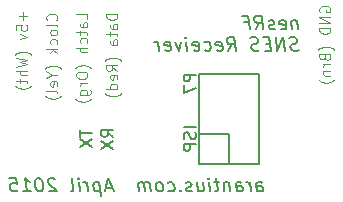
<source format=gbo>
%FSLAX46Y46*%
G04 Gerber Fmt 4.6, Leading zero omitted, Abs format (unit mm)*
G04 Created by KiCad (PCBNEW (2014-10-27 BZR 5228)-product) date 4/10/2015 6:23:41 PM*
%MOMM*%
G01*
G04 APERTURE LIST*
%ADD10C,0.100000*%
%ADD11C,0.203200*%
%ADD12C,0.150000*%
%ADD13C,1.270000*%
%ADD14R,1.727200X1.727200*%
%ADD15O,1.727200X1.727200*%
G04 APERTURE END LIST*
D10*
D11*
X25025803Y-3171371D02*
X25121053Y-3933371D01*
X25039411Y-3280229D02*
X24978179Y-3225800D01*
X24862517Y-3171371D01*
X24699232Y-3171371D01*
X24597179Y-3225800D01*
X24556357Y-3334657D01*
X24631196Y-3933371D01*
X23644679Y-3878943D02*
X23760339Y-3933371D01*
X23978053Y-3933371D01*
X24080107Y-3878943D01*
X24120929Y-3770086D01*
X24066500Y-3334657D01*
X23998464Y-3225800D01*
X23882803Y-3171371D01*
X23665089Y-3171371D01*
X23563036Y-3225800D01*
X23522214Y-3334657D01*
X23535821Y-3443514D01*
X24093714Y-3552371D01*
X23154822Y-3878943D02*
X23052768Y-3933371D01*
X22835053Y-3933371D01*
X22719393Y-3878943D01*
X22651358Y-3770086D01*
X22644554Y-3715657D01*
X22685375Y-3606800D01*
X22787428Y-3552371D01*
X22950714Y-3552371D01*
X23052768Y-3497943D01*
X23093590Y-3389086D01*
X23086786Y-3334657D01*
X23018750Y-3225800D01*
X22903089Y-3171371D01*
X22739803Y-3171371D01*
X22637750Y-3225800D01*
X21528767Y-3933371D02*
X21841732Y-3389086D01*
X22181910Y-3933371D02*
X22039035Y-2790371D01*
X21603607Y-2790371D01*
X21501553Y-2844800D01*
X21453929Y-2899229D01*
X21413107Y-3008086D01*
X21433517Y-3171371D01*
X21501554Y-3280229D01*
X21562785Y-3334657D01*
X21678447Y-3389086D01*
X22113875Y-3389086D01*
X20583071Y-3334657D02*
X20964071Y-3334657D01*
X21038910Y-3933371D02*
X20896035Y-2790371D01*
X20351749Y-2790371D01*
X25168679Y-5682343D02*
X25012196Y-5736771D01*
X24740053Y-5736771D01*
X24624393Y-5682343D01*
X24563160Y-5627914D01*
X24495125Y-5519057D01*
X24481518Y-5410200D01*
X24522339Y-5301343D01*
X24569964Y-5246914D01*
X24672018Y-5192486D01*
X24882928Y-5138057D01*
X24984983Y-5083629D01*
X25032607Y-5029200D01*
X25073429Y-4920343D01*
X25059822Y-4811486D01*
X24991786Y-4702629D01*
X24930554Y-4648200D01*
X24814892Y-4593771D01*
X24542750Y-4593771D01*
X24386268Y-4648200D01*
X24032482Y-5736771D02*
X23889607Y-4593771D01*
X23379339Y-5736771D01*
X23236464Y-4593771D01*
X22760214Y-5138057D02*
X22379214Y-5138057D01*
X22290767Y-5736771D02*
X22835053Y-5736771D01*
X22692178Y-4593771D01*
X22147892Y-4593771D01*
X21848536Y-5682343D02*
X21692053Y-5736771D01*
X21419910Y-5736771D01*
X21304250Y-5682343D01*
X21243017Y-5627914D01*
X21174982Y-5519057D01*
X21161375Y-5410200D01*
X21202196Y-5301343D01*
X21249821Y-5246914D01*
X21351875Y-5192486D01*
X21562785Y-5138057D01*
X21664840Y-5083629D01*
X21712464Y-5029200D01*
X21753286Y-4920343D01*
X21739679Y-4811486D01*
X21671643Y-4702629D01*
X21610411Y-4648200D01*
X21494749Y-4593771D01*
X21222607Y-4593771D01*
X21066125Y-4648200D01*
X19188339Y-5736771D02*
X19501304Y-5192486D01*
X19841482Y-5736771D02*
X19698607Y-4593771D01*
X19263179Y-4593771D01*
X19161125Y-4648200D01*
X19113501Y-4702629D01*
X19072679Y-4811486D01*
X19093089Y-4974771D01*
X19161126Y-5083629D01*
X19222357Y-5138057D01*
X19338019Y-5192486D01*
X19773447Y-5192486D01*
X18256251Y-5682343D02*
X18371911Y-5736771D01*
X18589625Y-5736771D01*
X18691679Y-5682343D01*
X18732501Y-5573486D01*
X18678072Y-5138057D01*
X18610036Y-5029200D01*
X18494375Y-4974771D01*
X18276661Y-4974771D01*
X18174608Y-5029200D01*
X18133786Y-5138057D01*
X18147393Y-5246914D01*
X18705286Y-5355771D01*
X17222108Y-5682343D02*
X17337768Y-5736771D01*
X17555482Y-5736771D01*
X17657537Y-5682343D01*
X17705161Y-5627914D01*
X17745983Y-5519057D01*
X17705162Y-5192486D01*
X17637126Y-5083629D01*
X17575894Y-5029200D01*
X17460232Y-4974771D01*
X17242518Y-4974771D01*
X17140465Y-5029200D01*
X16296823Y-5682343D02*
X16412483Y-5736771D01*
X16630197Y-5736771D01*
X16732251Y-5682343D01*
X16773073Y-5573486D01*
X16718644Y-5138057D01*
X16650608Y-5029200D01*
X16534947Y-4974771D01*
X16317233Y-4974771D01*
X16215180Y-5029200D01*
X16174358Y-5138057D01*
X16187965Y-5246914D01*
X16745858Y-5355771D01*
X15759340Y-5736771D02*
X15664090Y-4974771D01*
X15616465Y-4593771D02*
X15677698Y-4648200D01*
X15630073Y-4702629D01*
X15568841Y-4648200D01*
X15616465Y-4593771D01*
X15630073Y-4702629D01*
X15228661Y-4974771D02*
X15051768Y-5736771D01*
X14684376Y-4974771D01*
X13901966Y-5682343D02*
X14017626Y-5736771D01*
X14235340Y-5736771D01*
X14337394Y-5682343D01*
X14378216Y-5573486D01*
X14323787Y-5138057D01*
X14255751Y-5029200D01*
X14140090Y-4974771D01*
X13922376Y-4974771D01*
X13820323Y-5029200D01*
X13779501Y-5138057D01*
X13793108Y-5246914D01*
X14351001Y-5355771D01*
X13364483Y-5736771D02*
X13269233Y-4974771D01*
X13296448Y-5192486D02*
X13228413Y-5083629D01*
X13167180Y-5029200D01*
X13051519Y-4974771D01*
X12942662Y-4974771D01*
X21672775Y-17662071D02*
X21597936Y-17063357D01*
X21638758Y-16954500D01*
X21740811Y-16900071D01*
X21958525Y-16900071D01*
X22074186Y-16954500D01*
X21665972Y-17607643D02*
X21781632Y-17662071D01*
X22053775Y-17662071D01*
X22155829Y-17607643D01*
X22196651Y-17498786D01*
X22183044Y-17389929D01*
X22115007Y-17281071D01*
X21999347Y-17226643D01*
X21727204Y-17226643D01*
X21611543Y-17172214D01*
X21128489Y-17662071D02*
X21033239Y-16900071D01*
X21060454Y-17117786D02*
X20992419Y-17008929D01*
X20931186Y-16954500D01*
X20815525Y-16900071D01*
X20706668Y-16900071D01*
X19931061Y-17662071D02*
X19856222Y-17063357D01*
X19897044Y-16954500D01*
X19999097Y-16900071D01*
X20216811Y-16900071D01*
X20332472Y-16954500D01*
X19924258Y-17607643D02*
X20039918Y-17662071D01*
X20312061Y-17662071D01*
X20414115Y-17607643D01*
X20454937Y-17498786D01*
X20441330Y-17389929D01*
X20373293Y-17281071D01*
X20257633Y-17226643D01*
X19985490Y-17226643D01*
X19869829Y-17172214D01*
X19291525Y-16900071D02*
X19386775Y-17662071D01*
X19305133Y-17008929D02*
X19243901Y-16954500D01*
X19128239Y-16900071D01*
X18964954Y-16900071D01*
X18862901Y-16954500D01*
X18822079Y-17063357D01*
X18896918Y-17662071D01*
X18420668Y-16900071D02*
X17985239Y-16900071D01*
X18209757Y-16519071D02*
X18332222Y-17498786D01*
X18291401Y-17607643D01*
X18189346Y-17662071D01*
X18080489Y-17662071D01*
X17699489Y-17662071D02*
X17604239Y-16900071D01*
X17556614Y-16519071D02*
X17617847Y-16573500D01*
X17570222Y-16627929D01*
X17508990Y-16573500D01*
X17556614Y-16519071D01*
X17570222Y-16627929D01*
X16570096Y-16900071D02*
X16665346Y-17662071D01*
X17059953Y-16900071D02*
X17134793Y-17498786D01*
X17093972Y-17607643D01*
X16991917Y-17662071D01*
X16828632Y-17662071D01*
X16712972Y-17607643D01*
X16651739Y-17553214D01*
X16168686Y-17607643D02*
X16066632Y-17662071D01*
X15848917Y-17662071D01*
X15733257Y-17607643D01*
X15665222Y-17498786D01*
X15658418Y-17444357D01*
X15699239Y-17335500D01*
X15801292Y-17281071D01*
X15964578Y-17281071D01*
X16066632Y-17226643D01*
X16107454Y-17117786D01*
X16100650Y-17063357D01*
X16032614Y-16954500D01*
X15916953Y-16900071D01*
X15753667Y-16900071D01*
X15651614Y-16954500D01*
X15182167Y-17553214D02*
X15134543Y-17607643D01*
X15195774Y-17662071D01*
X15243400Y-17607643D01*
X15182167Y-17553214D01*
X15195774Y-17662071D01*
X14154828Y-17607643D02*
X14270488Y-17662071D01*
X14488202Y-17662071D01*
X14590257Y-17607643D01*
X14637881Y-17553214D01*
X14678703Y-17444357D01*
X14637882Y-17117786D01*
X14569846Y-17008929D01*
X14508614Y-16954500D01*
X14392952Y-16900071D01*
X14175238Y-16900071D01*
X14073185Y-16954500D01*
X13508488Y-17662071D02*
X13610543Y-17607643D01*
X13658167Y-17553214D01*
X13698989Y-17444357D01*
X13658168Y-17117786D01*
X13590132Y-17008929D01*
X13528900Y-16954500D01*
X13413238Y-16900071D01*
X13249953Y-16900071D01*
X13147900Y-16954500D01*
X13100275Y-17008929D01*
X13059453Y-17117786D01*
X13100274Y-17444357D01*
X13168310Y-17553214D01*
X13229543Y-17607643D01*
X13345203Y-17662071D01*
X13508488Y-17662071D01*
X12637631Y-17662071D02*
X12542381Y-16900071D01*
X12555989Y-17008929D02*
X12494757Y-16954500D01*
X12379095Y-16900071D01*
X12215810Y-16900071D01*
X12113757Y-16954500D01*
X12072935Y-17063357D01*
X12147774Y-17662071D01*
X12072935Y-17063357D02*
X12004899Y-16954500D01*
X11889238Y-16900071D01*
X11725953Y-16900071D01*
X11623899Y-16954500D01*
X11583078Y-17063357D01*
X11657917Y-17662071D01*
X9385525Y-17335500D02*
X8841239Y-17335500D01*
X9535203Y-17662071D02*
X9011328Y-16519071D01*
X8773203Y-17662071D01*
X8296953Y-16900071D02*
X8439828Y-18043071D01*
X8303757Y-16954500D02*
X8188096Y-16900071D01*
X7970382Y-16900071D01*
X7868329Y-16954500D01*
X7820704Y-17008929D01*
X7779882Y-17117786D01*
X7820703Y-17444357D01*
X7888739Y-17553214D01*
X7949972Y-17607643D01*
X8065632Y-17662071D01*
X8283346Y-17662071D01*
X8385400Y-17607643D01*
X7358060Y-17662071D02*
X7262810Y-16900071D01*
X7290025Y-17117786D02*
X7221990Y-17008929D01*
X7160757Y-16954500D01*
X7045096Y-16900071D01*
X6936239Y-16900071D01*
X6650489Y-17662071D02*
X6555239Y-16900071D01*
X6507614Y-16519071D02*
X6568847Y-16573500D01*
X6521222Y-16627929D01*
X6459990Y-16573500D01*
X6507614Y-16519071D01*
X6521222Y-16627929D01*
X5942917Y-17662071D02*
X6044972Y-17607643D01*
X6085793Y-17498786D01*
X5963328Y-16519071D01*
X4561794Y-16627929D02*
X4500561Y-16573500D01*
X4384900Y-16519071D01*
X4112757Y-16519071D01*
X4010704Y-16573500D01*
X3963079Y-16627929D01*
X3922258Y-16736786D01*
X3935865Y-16845643D01*
X4010704Y-17008929D01*
X4745489Y-17662071D01*
X4037918Y-17662071D01*
X3187472Y-16519071D02*
X3078615Y-16519071D01*
X2976562Y-16573500D01*
X2928937Y-16627929D01*
X2888115Y-16736786D01*
X2860901Y-16954500D01*
X2894919Y-17226643D01*
X2976561Y-17444357D01*
X3044597Y-17553214D01*
X3105830Y-17607643D01*
X3221490Y-17662071D01*
X3330347Y-17662071D01*
X3432401Y-17607643D01*
X3480026Y-17553214D01*
X3520847Y-17444357D01*
X3548062Y-17226643D01*
X3514044Y-16954500D01*
X3432401Y-16736786D01*
X3364366Y-16627929D01*
X3303133Y-16573500D01*
X3187472Y-16519071D01*
X1860776Y-17662071D02*
X2513919Y-17662071D01*
X2187347Y-17662071D02*
X2044472Y-16519071D01*
X2173740Y-16682357D01*
X2296205Y-16791214D01*
X2411866Y-16845643D01*
X683758Y-16519071D02*
X1228044Y-16519071D01*
X1350509Y-17063357D01*
X1289277Y-17008929D01*
X1173616Y-16954500D01*
X901473Y-16954500D01*
X799420Y-17008929D01*
X751794Y-17063357D01*
X710973Y-17172214D01*
X744991Y-17444357D01*
X813026Y-17553214D01*
X874259Y-17607643D01*
X989919Y-17662071D01*
X1262062Y-17662071D01*
X1364116Y-17607643D01*
X1411741Y-17553214D01*
D12*
X19304000Y-15367000D02*
X19304000Y-12827000D01*
X19304000Y-12827000D02*
X16764000Y-12827000D01*
X16764000Y-15367000D02*
X16764000Y-7747000D01*
X16764000Y-7747000D02*
X21844000Y-7747000D01*
X21844000Y-7747000D02*
X21844000Y-12827000D01*
X16764000Y-15367000D02*
X19304000Y-15367000D01*
X21844000Y-15367000D02*
X19304000Y-15367000D01*
X21844000Y-12827000D02*
X21844000Y-15367000D01*
D10*
X1842286Y-2479286D02*
X1842286Y-3165000D01*
X2185143Y-2822143D02*
X1499429Y-2822143D01*
X1285143Y-4022143D02*
X1285143Y-3593572D01*
X1713714Y-3550715D01*
X1670857Y-3593572D01*
X1628000Y-3679286D01*
X1628000Y-3893572D01*
X1670857Y-3979286D01*
X1713714Y-4022143D01*
X1799429Y-4065000D01*
X2013714Y-4065000D01*
X2099429Y-4022143D01*
X2142286Y-3979286D01*
X2185143Y-3893572D01*
X2185143Y-3679286D01*
X2142286Y-3593572D01*
X2099429Y-3550715D01*
X1585143Y-4365000D02*
X2185143Y-4579286D01*
X1585143Y-4793572D01*
X2528000Y-6079286D02*
X2485143Y-6036428D01*
X2356571Y-5950714D01*
X2270857Y-5907857D01*
X2142286Y-5865000D01*
X1928000Y-5822143D01*
X1756571Y-5822143D01*
X1542286Y-5865000D01*
X1413714Y-5907857D01*
X1328000Y-5950714D01*
X1199429Y-6036428D01*
X1156571Y-6079286D01*
X1285143Y-6336428D02*
X2185143Y-6550714D01*
X1542286Y-6722143D01*
X2185143Y-6893571D01*
X1285143Y-7107857D01*
X2185143Y-7450714D02*
X1285143Y-7450714D01*
X2185143Y-7836428D02*
X1713714Y-7836428D01*
X1628000Y-7793571D01*
X1585143Y-7707857D01*
X1585143Y-7579285D01*
X1628000Y-7493571D01*
X1670857Y-7450714D01*
X1585143Y-8136428D02*
X1585143Y-8479285D01*
X1285143Y-8265000D02*
X2056571Y-8265000D01*
X2142286Y-8307857D01*
X2185143Y-8393571D01*
X2185143Y-8479285D01*
X2528000Y-8693571D02*
X2485143Y-8736429D01*
X2356571Y-8822143D01*
X2270857Y-8865000D01*
X2142286Y-8907857D01*
X1928000Y-8950714D01*
X1756571Y-8950714D01*
X1542286Y-8907857D01*
X1413714Y-8865000D01*
X1328000Y-8822143D01*
X1199429Y-8736429D01*
X1156571Y-8693571D01*
X4639429Y-3158713D02*
X4682286Y-3115856D01*
X4725143Y-2987285D01*
X4725143Y-2901571D01*
X4682286Y-2772999D01*
X4596571Y-2687285D01*
X4510857Y-2644428D01*
X4339429Y-2601571D01*
X4210857Y-2601571D01*
X4039429Y-2644428D01*
X3953714Y-2687285D01*
X3868000Y-2772999D01*
X3825143Y-2901571D01*
X3825143Y-2987285D01*
X3868000Y-3115856D01*
X3910857Y-3158713D01*
X4725143Y-3672999D02*
X4682286Y-3587285D01*
X4596571Y-3544428D01*
X3825143Y-3544428D01*
X4725143Y-4144428D02*
X4682286Y-4058714D01*
X4639429Y-4015857D01*
X4553714Y-3973000D01*
X4296571Y-3973000D01*
X4210857Y-4015857D01*
X4168000Y-4058714D01*
X4125143Y-4144428D01*
X4125143Y-4273000D01*
X4168000Y-4358714D01*
X4210857Y-4401571D01*
X4296571Y-4444428D01*
X4553714Y-4444428D01*
X4639429Y-4401571D01*
X4682286Y-4358714D01*
X4725143Y-4273000D01*
X4725143Y-4144428D01*
X4682286Y-5215857D02*
X4725143Y-5130143D01*
X4725143Y-4958714D01*
X4682286Y-4873000D01*
X4639429Y-4830143D01*
X4553714Y-4787286D01*
X4296571Y-4787286D01*
X4210857Y-4830143D01*
X4168000Y-4873000D01*
X4125143Y-4958714D01*
X4125143Y-5130143D01*
X4168000Y-5215857D01*
X4725143Y-5601572D02*
X3825143Y-5601572D01*
X4382286Y-5687286D02*
X4725143Y-5944429D01*
X4125143Y-5944429D02*
X4468000Y-5601572D01*
X5068000Y-7273000D02*
X5025143Y-7230142D01*
X4896571Y-7144428D01*
X4810857Y-7101571D01*
X4682286Y-7058714D01*
X4468000Y-7015857D01*
X4296571Y-7015857D01*
X4082286Y-7058714D01*
X3953714Y-7101571D01*
X3868000Y-7144428D01*
X3739429Y-7230142D01*
X3696571Y-7273000D01*
X4296571Y-7787285D02*
X4725143Y-7787285D01*
X3825143Y-7487285D02*
X4296571Y-7787285D01*
X3825143Y-8087285D01*
X4682286Y-8730143D02*
X4725143Y-8644429D01*
X4725143Y-8473000D01*
X4682286Y-8387286D01*
X4596571Y-8344429D01*
X4253714Y-8344429D01*
X4168000Y-8387286D01*
X4125143Y-8473000D01*
X4125143Y-8644429D01*
X4168000Y-8730143D01*
X4253714Y-8773000D01*
X4339429Y-8773000D01*
X4425143Y-8344429D01*
X4725143Y-9287286D02*
X4682286Y-9201572D01*
X4596571Y-9158715D01*
X3825143Y-9158715D01*
X5068000Y-9544429D02*
X5025143Y-9587287D01*
X4896571Y-9673001D01*
X4810857Y-9715858D01*
X4682286Y-9758715D01*
X4468000Y-9801572D01*
X4296571Y-9801572D01*
X4082286Y-9758715D01*
X3953714Y-9715858D01*
X3868000Y-9673001D01*
X3739429Y-9587287D01*
X3696571Y-9544429D01*
X7265143Y-3071428D02*
X7265143Y-2642857D01*
X6365143Y-2642857D01*
X7265143Y-3757142D02*
X6793714Y-3757142D01*
X6708000Y-3714285D01*
X6665143Y-3628571D01*
X6665143Y-3457142D01*
X6708000Y-3371428D01*
X7222286Y-3757142D02*
X7265143Y-3671428D01*
X7265143Y-3457142D01*
X7222286Y-3371428D01*
X7136571Y-3328571D01*
X7050857Y-3328571D01*
X6965143Y-3371428D01*
X6922286Y-3457142D01*
X6922286Y-3671428D01*
X6879429Y-3757142D01*
X6665143Y-4057142D02*
X6665143Y-4399999D01*
X6365143Y-4185714D02*
X7136571Y-4185714D01*
X7222286Y-4228571D01*
X7265143Y-4314285D01*
X7265143Y-4399999D01*
X7222286Y-5085714D02*
X7265143Y-5000000D01*
X7265143Y-4828571D01*
X7222286Y-4742857D01*
X7179429Y-4700000D01*
X7093714Y-4657143D01*
X6836571Y-4657143D01*
X6750857Y-4700000D01*
X6708000Y-4742857D01*
X6665143Y-4828571D01*
X6665143Y-5000000D01*
X6708000Y-5085714D01*
X7265143Y-5471429D02*
X6365143Y-5471429D01*
X7265143Y-5857143D02*
X6793714Y-5857143D01*
X6708000Y-5814286D01*
X6665143Y-5728572D01*
X6665143Y-5600000D01*
X6708000Y-5514286D01*
X6750857Y-5471429D01*
X7608000Y-7228572D02*
X7565143Y-7185714D01*
X7436571Y-7100000D01*
X7350857Y-7057143D01*
X7222286Y-7014286D01*
X7008000Y-6971429D01*
X6836571Y-6971429D01*
X6622286Y-7014286D01*
X6493714Y-7057143D01*
X6408000Y-7100000D01*
X6279429Y-7185714D01*
X6236571Y-7228572D01*
X6365143Y-7742857D02*
X6365143Y-7914286D01*
X6408000Y-8000000D01*
X6493714Y-8085714D01*
X6665143Y-8128572D01*
X6965143Y-8128572D01*
X7136571Y-8085714D01*
X7222286Y-8000000D01*
X7265143Y-7914286D01*
X7265143Y-7742857D01*
X7222286Y-7657143D01*
X7136571Y-7571429D01*
X6965143Y-7528572D01*
X6665143Y-7528572D01*
X6493714Y-7571429D01*
X6408000Y-7657143D01*
X6365143Y-7742857D01*
X7265143Y-8514286D02*
X6665143Y-8514286D01*
X6836571Y-8514286D02*
X6750857Y-8557143D01*
X6708000Y-8600000D01*
X6665143Y-8685714D01*
X6665143Y-8771429D01*
X6665143Y-9457143D02*
X7393714Y-9457143D01*
X7479429Y-9414286D01*
X7522286Y-9371429D01*
X7565143Y-9285714D01*
X7565143Y-9157143D01*
X7522286Y-9071429D01*
X7222286Y-9457143D02*
X7265143Y-9371429D01*
X7265143Y-9200000D01*
X7222286Y-9114286D01*
X7179429Y-9071429D01*
X7093714Y-9028572D01*
X6836571Y-9028572D01*
X6750857Y-9071429D01*
X6708000Y-9114286D01*
X6665143Y-9200000D01*
X6665143Y-9371429D01*
X6708000Y-9457143D01*
X7608000Y-9800000D02*
X7565143Y-9842858D01*
X7436571Y-9928572D01*
X7350857Y-9971429D01*
X7222286Y-10014286D01*
X7008000Y-10057143D01*
X6836571Y-10057143D01*
X6622286Y-10014286D01*
X6493714Y-9971429D01*
X6408000Y-9928572D01*
X6279429Y-9842858D01*
X6236571Y-9800000D01*
X9805143Y-2603143D02*
X8905143Y-2603143D01*
X8905143Y-2817428D01*
X8948000Y-2946000D01*
X9033714Y-3031714D01*
X9119429Y-3074571D01*
X9290857Y-3117428D01*
X9419429Y-3117428D01*
X9590857Y-3074571D01*
X9676571Y-3031714D01*
X9762286Y-2946000D01*
X9805143Y-2817428D01*
X9805143Y-2603143D01*
X9805143Y-3888857D02*
X9333714Y-3888857D01*
X9248000Y-3846000D01*
X9205143Y-3760286D01*
X9205143Y-3588857D01*
X9248000Y-3503143D01*
X9762286Y-3888857D02*
X9805143Y-3803143D01*
X9805143Y-3588857D01*
X9762286Y-3503143D01*
X9676571Y-3460286D01*
X9590857Y-3460286D01*
X9505143Y-3503143D01*
X9462286Y-3588857D01*
X9462286Y-3803143D01*
X9419429Y-3888857D01*
X9205143Y-4188857D02*
X9205143Y-4531714D01*
X8905143Y-4317429D02*
X9676571Y-4317429D01*
X9762286Y-4360286D01*
X9805143Y-4446000D01*
X9805143Y-4531714D01*
X9805143Y-5217429D02*
X9333714Y-5217429D01*
X9248000Y-5174572D01*
X9205143Y-5088858D01*
X9205143Y-4917429D01*
X9248000Y-4831715D01*
X9762286Y-5217429D02*
X9805143Y-5131715D01*
X9805143Y-4917429D01*
X9762286Y-4831715D01*
X9676571Y-4788858D01*
X9590857Y-4788858D01*
X9505143Y-4831715D01*
X9462286Y-4917429D01*
X9462286Y-5131715D01*
X9419429Y-5217429D01*
X10148000Y-6588858D02*
X10105143Y-6546000D01*
X9976571Y-6460286D01*
X9890857Y-6417429D01*
X9762286Y-6374572D01*
X9548000Y-6331715D01*
X9376571Y-6331715D01*
X9162286Y-6374572D01*
X9033714Y-6417429D01*
X8948000Y-6460286D01*
X8819429Y-6546000D01*
X8776571Y-6588858D01*
X9805143Y-7446000D02*
X9376571Y-7146000D01*
X9805143Y-6931715D02*
X8905143Y-6931715D01*
X8905143Y-7274572D01*
X8948000Y-7360286D01*
X8990857Y-7403143D01*
X9076571Y-7446000D01*
X9205143Y-7446000D01*
X9290857Y-7403143D01*
X9333714Y-7360286D01*
X9376571Y-7274572D01*
X9376571Y-6931715D01*
X9762286Y-8174572D02*
X9805143Y-8088858D01*
X9805143Y-7917429D01*
X9762286Y-7831715D01*
X9676571Y-7788858D01*
X9333714Y-7788858D01*
X9248000Y-7831715D01*
X9205143Y-7917429D01*
X9205143Y-8088858D01*
X9248000Y-8174572D01*
X9333714Y-8217429D01*
X9419429Y-8217429D01*
X9505143Y-7788858D01*
X9805143Y-8988858D02*
X8905143Y-8988858D01*
X9762286Y-8988858D02*
X9805143Y-8903144D01*
X9805143Y-8731715D01*
X9762286Y-8646001D01*
X9719429Y-8603144D01*
X9633714Y-8560287D01*
X9376571Y-8560287D01*
X9290857Y-8603144D01*
X9248000Y-8646001D01*
X9205143Y-8731715D01*
X9205143Y-8903144D01*
X9248000Y-8988858D01*
X10148000Y-9331715D02*
X10105143Y-9374573D01*
X9976571Y-9460287D01*
X9890857Y-9503144D01*
X9762286Y-9546001D01*
X9548000Y-9588858D01*
X9376571Y-9588858D01*
X9162286Y-9546001D01*
X9033714Y-9503144D01*
X8948000Y-9460287D01*
X8819429Y-9374573D01*
X8776571Y-9331715D01*
X26982000Y-2442714D02*
X26939143Y-2357000D01*
X26939143Y-2228429D01*
X26982000Y-2099857D01*
X27067714Y-2014143D01*
X27153429Y-1971286D01*
X27324857Y-1928429D01*
X27453429Y-1928429D01*
X27624857Y-1971286D01*
X27710571Y-2014143D01*
X27796286Y-2099857D01*
X27839143Y-2228429D01*
X27839143Y-2314143D01*
X27796286Y-2442714D01*
X27753429Y-2485571D01*
X27453429Y-2485571D01*
X27453429Y-2314143D01*
X27839143Y-2871286D02*
X26939143Y-2871286D01*
X27839143Y-3385571D01*
X26939143Y-3385571D01*
X27839143Y-3814143D02*
X26939143Y-3814143D01*
X26939143Y-4028428D01*
X26982000Y-4157000D01*
X27067714Y-4242714D01*
X27153429Y-4285571D01*
X27324857Y-4328428D01*
X27453429Y-4328428D01*
X27624857Y-4285571D01*
X27710571Y-4242714D01*
X27796286Y-4157000D01*
X27839143Y-4028428D01*
X27839143Y-3814143D01*
X28182000Y-5657000D02*
X28139143Y-5614142D01*
X28010571Y-5528428D01*
X27924857Y-5485571D01*
X27796286Y-5442714D01*
X27582000Y-5399857D01*
X27410571Y-5399857D01*
X27196286Y-5442714D01*
X27067714Y-5485571D01*
X26982000Y-5528428D01*
X26853429Y-5614142D01*
X26810571Y-5657000D01*
X27367714Y-6299857D02*
X27410571Y-6428428D01*
X27453429Y-6471285D01*
X27539143Y-6514142D01*
X27667714Y-6514142D01*
X27753429Y-6471285D01*
X27796286Y-6428428D01*
X27839143Y-6342714D01*
X27839143Y-5999857D01*
X26939143Y-5999857D01*
X26939143Y-6299857D01*
X26982000Y-6385571D01*
X27024857Y-6428428D01*
X27110571Y-6471285D01*
X27196286Y-6471285D01*
X27282000Y-6428428D01*
X27324857Y-6385571D01*
X27367714Y-6299857D01*
X27367714Y-5999857D01*
X27839143Y-6899857D02*
X27239143Y-6899857D01*
X27410571Y-6899857D02*
X27324857Y-6942714D01*
X27282000Y-6985571D01*
X27239143Y-7071285D01*
X27239143Y-7157000D01*
X27239143Y-7457000D02*
X27839143Y-7457000D01*
X27324857Y-7457000D02*
X27282000Y-7499857D01*
X27239143Y-7585571D01*
X27239143Y-7714143D01*
X27282000Y-7799857D01*
X27367714Y-7842714D01*
X27839143Y-7842714D01*
X28182000Y-8185571D02*
X28139143Y-8228429D01*
X28010571Y-8314143D01*
X27924857Y-8357000D01*
X27796286Y-8399857D01*
X27582000Y-8442714D01*
X27410571Y-8442714D01*
X27196286Y-8399857D01*
X27067714Y-8357000D01*
X26982000Y-8314143D01*
X26853429Y-8228429D01*
X26810571Y-8185571D01*
D12*
X9469381Y-13041334D02*
X8993190Y-12708000D01*
X9469381Y-12469905D02*
X8469381Y-12469905D01*
X8469381Y-12850858D01*
X8517000Y-12946096D01*
X8564619Y-12993715D01*
X8659857Y-13041334D01*
X8802714Y-13041334D01*
X8897952Y-12993715D01*
X8945571Y-12946096D01*
X8993190Y-12850858D01*
X8993190Y-12469905D01*
X8469381Y-13374667D02*
X9469381Y-14041334D01*
X8469381Y-14041334D02*
X9469381Y-13374667D01*
X6691381Y-12446095D02*
X6691381Y-13017524D01*
X7691381Y-12731809D02*
X6691381Y-12731809D01*
X6691381Y-13255619D02*
X7691381Y-13922286D01*
X6691381Y-13922286D02*
X7691381Y-13255619D01*
X16454381Y-7770905D02*
X15454381Y-7770905D01*
X15454381Y-8151858D01*
X15502000Y-8247096D01*
X15549619Y-8294715D01*
X15644857Y-8342334D01*
X15787714Y-8342334D01*
X15882952Y-8294715D01*
X15930571Y-8247096D01*
X15978190Y-8151858D01*
X15978190Y-7770905D01*
X15454381Y-8675667D02*
X15454381Y-9342334D01*
X16454381Y-8913762D01*
X16454381Y-12231810D02*
X15454381Y-12231810D01*
X16406762Y-12660381D02*
X16454381Y-12803238D01*
X16454381Y-13041334D01*
X16406762Y-13136572D01*
X16359143Y-13184191D01*
X16263905Y-13231810D01*
X16168667Y-13231810D01*
X16073429Y-13184191D01*
X16025810Y-13136572D01*
X15978190Y-13041334D01*
X15930571Y-12850857D01*
X15882952Y-12755619D01*
X15835333Y-12708000D01*
X15740095Y-12660381D01*
X15644857Y-12660381D01*
X15549619Y-12708000D01*
X15502000Y-12755619D01*
X15454381Y-12850857D01*
X15454381Y-13088953D01*
X15502000Y-13231810D01*
X16454381Y-13660381D02*
X15454381Y-13660381D01*
X15454381Y-14041334D01*
X15502000Y-14136572D01*
X15549619Y-14184191D01*
X15644857Y-14231810D01*
X15787714Y-14231810D01*
X15882952Y-14184191D01*
X15930571Y-14136572D01*
X15978190Y-14041334D01*
X15978190Y-13660381D01*
%LPC*%
D13*
X1778000Y-1524000D03*
D14*
X12700000Y-2794000D03*
D15*
X15240000Y-2794000D03*
X17780000Y-2794000D03*
D14*
X23876000Y-9017000D03*
D15*
X26416000Y-9017000D03*
X23876000Y-11557000D03*
X26416000Y-11557000D03*
X23876000Y-14097000D03*
X26416000Y-14097000D03*
X23876000Y-16637000D03*
X26416000Y-16637000D03*
D13*
X4318000Y-1524000D03*
X6858000Y-1524000D03*
X9398000Y-1524000D03*
X26670000Y-1524000D03*
X9017000Y-11430000D03*
X7239000Y-11430000D03*
D14*
X18034000Y-14097000D03*
D15*
X20574000Y-14097000D03*
X18034000Y-11557000D03*
X20574000Y-11557000D03*
X18034000Y-9017000D03*
X20574000Y-9017000D03*
M02*

</source>
